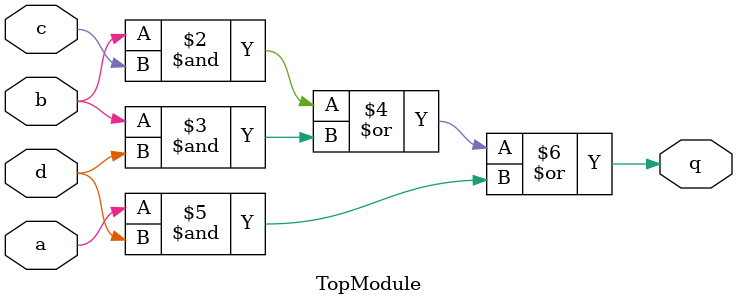
<source format=sv>
module TopModule (
    input  logic a,
    input  logic b,
    input  logic c,
    input  logic d,
    output logic q
);

    // Combinational logic to determine the output q
    always @(*) begin
        q = (b & c) | (b & d) | (a & d);
    end

endmodule
</source>
